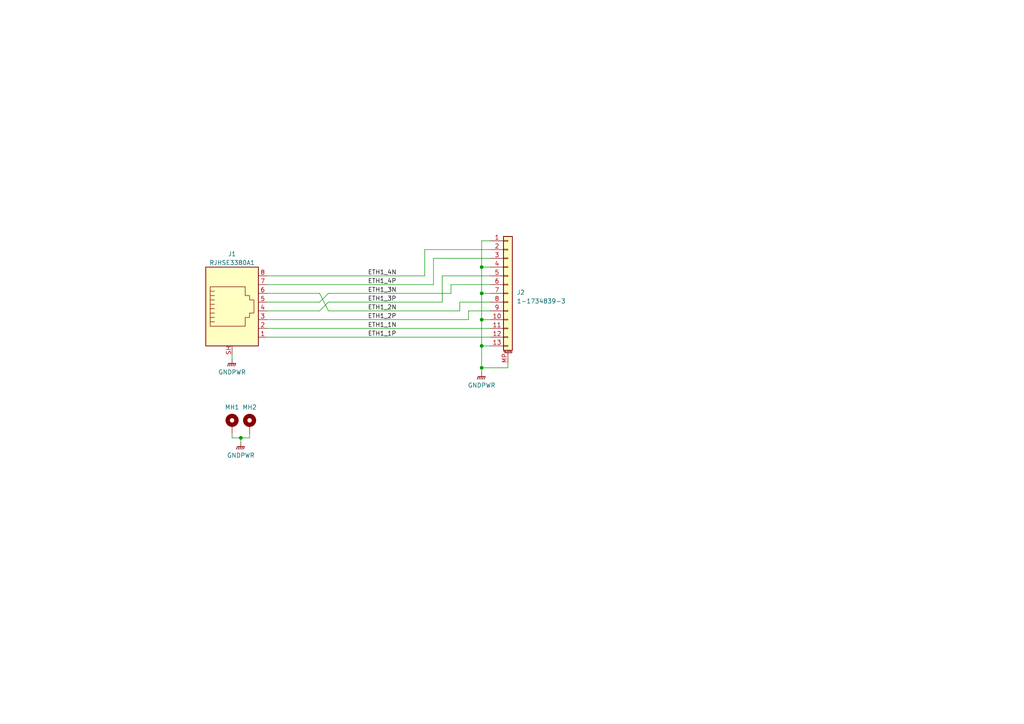
<source format=kicad_sch>
(kicad_sch (version 20230121) (generator eeschema)
  (paper "A4")
  (title_block (title "RJ45 Module") (date "2023-07-21") (rev "1.2") (company "Bynet Testing Systems LTD") (comment 9 "P/N: BTS22314316A"))
  (lib_symbols
    (symbol "Connector_Generic_MountingPin:Conn_01x13_MountingPin" (pin_names (offset 1.016) hide)
      (property "Reference" "J" (at 0 17.78 0))
      (property "Value" "Conn_01x13_MountingPin" (at 1.27 -17.78 0))
      (symbol "Conn_01x13_MountingPin_1_1"
        (rectangle (start -1.27 -15.113) (end 0 -15.367) (stroke (width 0.1524)))
        (rectangle (start -1.27 -12.573) (end 0 -12.827) (stroke (width 0.1524)))
        (rectangle (start -1.27 -10.033) (end 0 -10.287) (stroke (width 0.1524)))
        (rectangle (start -1.27 -7.493) (end 0 -7.747) (stroke (width 0.1524)))
        (rectangle (start -1.27 -4.953) (end 0 -5.207) (stroke (width 0.1524)))
        (rectangle (start -1.27 -2.413) (end 0 -2.667) (stroke (width 0.1524)))
        (rectangle (start -1.27 0.127) (end 0 -0.127) (stroke (width 0.1524)))
        (rectangle (start -1.27 2.667) (end 0 2.413) (stroke (width 0.1524)))
        (rectangle (start -1.27 5.207) (end 0 4.953) (stroke (width 0.1524)))
        (rectangle (start -1.27 7.747) (end 0 7.493) (stroke (width 0.1524)))
        (rectangle (start -1.27 10.287) (end 0 10.033) (stroke (width 0.1524)))
        (rectangle (start -1.27 12.827) (end 0 12.573) (stroke (width 0.1524)))
        (rectangle (start -1.27 15.367) (end 0 15.113) (stroke (width 0.1524)))
        (rectangle (start -1.27 16.51) (end 1.27 -16.51) (stroke (width 0.254)) (fill (type background)))
        (polyline (pts (xy -1.016 -17.272) (xy 1.016 -17.272)) (stroke (width 0.1524)))
        (text "Mounting" (at 0 -16.891 0) (effects (font (size 0.381 0.381))))
        (pin passive line (at -5.08 15.24 0) (length 3.81) (name "Pin_1") (number "1"))
        (pin passive line (at -5.08 -7.62 0) (length 3.81) (name "Pin_10") (number "10"))
        (pin passive line (at -5.08 -10.16 0) (length 3.81) (name "Pin_11") (number "11"))
        (pin passive line (at -5.08 -12.7 0) (length 3.81) (name "Pin_12") (number "12"))
        (pin passive line (at -5.08 -15.24 0) (length 3.81) (name "Pin_13") (number "13"))
        (pin passive line (at -5.08 12.7 0) (length 3.81) (name "Pin_2") (number "2"))
        (pin passive line (at -5.08 10.16 0) (length 3.81) (name "Pin_3") (number "3"))
        (pin passive line (at -5.08 7.62 0) (length 3.81) (name "Pin_4") (number "4"))
        (pin passive line (at -5.08 5.08 0) (length 3.81) (name "Pin_5") (number "5"))
        (pin passive line (at -5.08 2.54 0) (length 3.81) (name "Pin_6") (number "6"))
        (pin passive line (at -5.08 0 0) (length 3.81) (name "Pin_7") (number "7"))
        (pin passive line (at -5.08 -2.54 0) (length 3.81) (name "Pin_8") (number "8"))
        (pin passive line (at -5.08 -5.08 0) (length 3.81) (name "Pin_9") (number "9"))
        (pin passive line (at 0 -20.32 90) (length 3.048) (name "MountPin") (number "MP"))
      )
    )
    (symbol "Mechanical:MountingHole_Pad" (pin_numbers hide) (pin_names (offset 1.016) hide)
      (property "Reference" "H" (at 0 6.35 0))
      (property "Value" "MountingHole_Pad" (at 0 4.445 0))
      (symbol "MountingHole_Pad_0_1"
        (circle (center 0 1.27) (radius 1.27) (stroke (width 1.27)))
      )
      (symbol "MountingHole_Pad_1_1"
        (pin input line (at 0 -2.54 90) (length 2.54) (name "1") (number "1"))
      )
    )
    (symbol "bynet_connectors:RJHSE3380A1" (pin_names (offset 1.016))
      (property "Reference" "J" (at -5.08 13.97 0))
      (property "Value" "RJHSE3380A1" (at 2.54 13.97 0))
      (symbol "RJHSE3380A1_0_1"
        (polyline (pts (xy -5.08 4.445) (xy -6.35 4.445)))
        (polyline (pts (xy -5.08 5.715) (xy -6.35 5.715)))
        (polyline (pts (xy -6.35 -3.175) (xy -5.08 -3.175) (xy -5.08 -3.175)))
        (polyline (pts (xy -6.35 -1.905) (xy -5.08 -1.905) (xy -5.08 -1.905)))
        (polyline (pts (xy -6.35 -0.635) (xy -5.08 -0.635) (xy -5.08 -0.635)))
        (polyline (pts (xy -6.35 0.635) (xy -5.08 0.635) (xy -5.08 0.635)))
        (polyline (pts (xy -6.35 1.905) (xy -5.08 1.905) (xy -5.08 1.905)))
        (polyline (pts (xy -5.08 3.175) (xy -6.35 3.175) (xy -6.35 3.175)))
        (polyline (pts (xy -6.35 -4.445) (xy -6.35 6.985) (xy 3.81 6.985) (xy 3.81 4.445) (xy 5.08 4.445) (xy 5.08 3.175) (xy 6.35 3.175) (xy 6.35 -0.635) (xy 5.08 -0.635) (xy 5.08 -1.905) (xy 3.81 -1.905) (xy 3.81 -4.445) (xy -6.35 -4.445) (xy -6.35 -4.445)))
        (rectangle (start 7.62 12.7) (end -7.62 -10.16) (stroke (width 0.254)) (fill (type background)))
      )
      (symbol "RJHSE3380A1_1_1"
        (pin passive line (at 10.16 -7.62 180) (length 2.54) (name "~") (number "1"))
        (pin passive line (at 10.16 -5.08 180) (length 2.54) (name "~") (number "2"))
        (pin passive line (at 10.16 -2.54 180) (length 2.54) (name "~") (number "3"))
        (pin passive line (at 10.16 0 180) (length 2.54) (name "~") (number "4"))
        (pin passive line (at 10.16 2.54 180) (length 2.54) (name "~") (number "5"))
        (pin passive line (at 10.16 5.08 180) (length 2.54) (name "~") (number "6"))
        (pin passive line (at 10.16 7.62 180) (length 2.54) (name "~") (number "7"))
        (pin passive line (at 10.16 10.16 180) (length 2.54) (name "~") (number "8"))
        (pin passive line (at 0 -12.7 90) (length 2.54) (name "~") (number "SH"))
      )
    )
    (symbol "power:GNDPWR" (power) (pin_names (offset 0))
      (property "Value" "GNDPWR" (at 0 -3.302 0))
      (symbol "GNDPWR_0_1"
        (polyline (pts (xy 0 -1.27) (xy 0 0)))
        (polyline (pts (xy -1.016 -1.27) (xy -1.27 -2.032) (xy -1.27 -2.032)) (stroke (width 0.2032)))
        (polyline (pts (xy -0.508 -1.27) (xy -0.762 -2.032) (xy -0.762 -2.032)) (stroke (width 0.2032)))
        (polyline (pts (xy 0 -1.27) (xy -0.254 -2.032) (xy -0.254 -2.032)) (stroke (width 0.2032)))
        (polyline (pts (xy 0.508 -1.27) (xy 0.254 -2.032) (xy 0.254 -2.032)) (stroke (width 0.2032)))
        (polyline (pts (xy 1.016 -1.27) (xy -1.016 -1.27) (xy -1.016 -1.27)) (stroke (width 0.2032)))
        (polyline (pts (xy 1.016 -1.27) (xy 0.762 -2.032) (xy 0.762 -2.032) (xy 0.762 -2.032)) (stroke (width 0.2032)))
      )
      (symbol "GNDPWR_1_1"
        (pin power_in line (at 0 0 270) (length 0) hide (name "GNDPWR") (number "1"))
      )
    )
  )
  (junction (at 139.7 85.09))
  (junction (at 139.7 106.68))
  (junction (at 69.85 127))
  (junction (at 139.7 77.47))
  (junction (at 139.7 92.71))
  (junction (at 139.7 100.33))
  (wire (pts (xy 69.85 127) (xy 69.85 128.27)))
  (wire (pts (xy 139.7 85.09) (xy 139.7 77.47)))
  (wire (pts (xy 142.24 87.63) (xy 133.35 87.63)))
  (wire (pts (xy 77.47 82.55) (xy 125.73 82.55)))
  (wire (pts (xy 142.24 92.71) (xy 139.7 92.71)))
  (wire (pts (xy 135.89 90.17) (xy 135.89 92.71)))
  (wire (pts (xy 142.24 69.85) (xy 139.7 69.85)))
  (wire (pts (xy 67.31 104.14) (xy 67.31 102.87)))
  (wire (pts (xy 77.47 90.17) (xy 92.71 90.17)))
  (wire (pts (xy 77.47 85.09) (xy 92.71 85.09)))
  (wire (pts (xy 139.7 77.47) (xy 142.24 77.47)))
  (wire (pts (xy 92.71 90.17) (xy 95.25 87.63)))
  (wire (pts (xy 95.25 87.63) (xy 128.27 87.63)))
  (wire (pts (xy 147.32 105.41) (xy 147.32 106.68)))
  (wire (pts (xy 139.7 92.71) (xy 139.7 85.09)))
  (wire (pts (xy 123.19 72.39) (xy 142.24 72.39)))
  (wire (pts (xy 147.32 106.68) (xy 139.7 106.68)))
  (wire (pts (xy 77.47 95.25) (xy 142.24 95.25)))
  (wire (pts (xy 125.73 82.55) (xy 125.73 74.93)))
  (wire (pts (xy 142.24 82.55) (xy 130.81 82.55)))
  (wire (pts (xy 139.7 106.68) (xy 139.7 100.33)))
  (wire (pts (xy 139.7 77.47) (xy 139.7 69.85)))
  (wire (pts (xy 77.47 87.63) (xy 92.71 87.63)))
  (wire (pts (xy 69.85 127) (xy 72.39 127)))
  (wire (pts (xy 72.39 125.73) (xy 72.39 127)))
  (wire (pts (xy 139.7 107.95) (xy 139.7 106.68)))
  (wire (pts (xy 128.27 80.01) (xy 128.27 87.63)))
  (wire (pts (xy 123.19 80.01) (xy 123.19 72.39)))
  (wire (pts (xy 142.24 90.17) (xy 135.89 90.17)))
  (wire (pts (xy 95.25 85.09) (xy 130.81 85.09)))
  (wire (pts (xy 125.73 74.93) (xy 142.24 74.93)))
  (wire (pts (xy 77.47 92.71) (xy 135.89 92.71)))
  (wire (pts (xy 92.71 87.63) (xy 95.25 85.09)))
  (wire (pts (xy 142.24 100.33) (xy 139.7 100.33)))
  (wire (pts (xy 77.47 97.79) (xy 142.24 97.79)))
  (wire (pts (xy 69.85 127) (xy 67.31 127)))
  (wire (pts (xy 67.31 127) (xy 67.31 125.73)))
  (wire (pts (xy 142.24 80.01) (xy 128.27 80.01)))
  (wire (pts (xy 130.81 85.09) (xy 130.81 82.55)))
  (wire (pts (xy 92.71 85.09) (xy 95.25 90.17)))
  (wire (pts (xy 77.47 80.01) (xy 123.19 80.01)))
  (wire (pts (xy 142.24 85.09) (xy 139.7 85.09)))
  (wire (pts (xy 95.25 90.17) (xy 133.35 90.17)))
  (wire (pts (xy 133.35 87.63) (xy 133.35 90.17)))
  (wire (pts (xy 139.7 100.33) (xy 139.7 92.71)))
  (label "ETH1_3N" (at 106.68 85.09 0))
  (label "ETH1_4P" (at 106.68 82.55 0))
  (label "ETH1_2P" (at 106.68 92.71 0))
  (label "ETH1_1P" (at 106.68 97.79 0))
  (label "ETH1_1N" (at 106.68 95.25 0))
  (label "ETH1_3P" (at 106.68 87.63 0))
  (label "ETH1_2N" (at 106.68 90.17 0))
  (label "ETH1_4N" (at 106.68 80.01 0))
  (symbol (lib_id "Mechanical:MountingHole_Pad") (at 72.39 123.19 0) (unit 1)
    (property "Reference" "MH2" (at 72.39 118.11 0))
    (property "Value" "MountingHole_Pad" (effects hide))
    (property "Footprint" "MountingHole:MountingHole_3.2mm_M3_Pad_Via" (effects hide))
  )
  (symbol (lib_id "Connector_Generic_MountingPin:Conn_01x13_MountingPin") (at 147.32 85.09 0) (unit 1)
    (property "Reference" "J2" (at 149.86 84.8106 0) (effects (justify left)))
    (property "Value" "1-1734839-3" (at 149.86 87.3506 0) (effects (justify left)))
    (property "Footprint" "Connector_FFC-FPC:TE_1-1734839-3_1x13-1MP_P0.5mm_Horizontal" (effects hide))
    (property "Datasheet" "https://www.mouser.co.il/datasheet/2/418/7/ENG_CD_1734839_C_C_1734839-2017301.pdf" (effects hide))
    (property "Mfg P/N" "1-1734839-3" (effects hide))
    (property "Manufacturer" "TE Connectivity" (effects hide))
    (property "Description" "FFC & FPC Connectors FPC CONN. 0.5MM PITCH T/C 13P" (effects hide))
    (property "Package" "FFC Connector" (effects hide))
    (property "Type" "SMD" (effects hide))
  )
  (symbol (lib_id "power:GNDPWR") (at 69.85 128.27 0) (unit 1)
    (property "Reference" "#PWR03" (effects hide))
    (property "Value" "GNDPWR" (at 69.85 132.08 0))
  )
  (symbol (lib_id "power:GNDPWR") (at 67.31 104.14 0) (unit 1)
    (property "Reference" "#PWR01" (effects hide))
    (property "Value" "GNDPWR" (at 67.31 107.95 0))
  )
  (symbol (lib_id "bynet_connectors:RJHSE3380A1") (at 67.31 90.17 0) (unit 1)
    (property "Reference" "J1" (at 67.31 73.66 0))
    (property "Value" "RJHSE3380A1" (at 67.31 76.2 0))
    (property "Footprint" "bynet_Connectors:RJHSE3380A1" (effects hide))
    (property "Datasheet" "https://cdn.amphenol-cs.com/media/wysiwyg/files/documentation/datasheet/inputoutput/io-modjack-rjhse.pdf" (effects hide))
    (property "Mfg P/N" "RJHSE3380A1" (effects hide))
    (property "Manufacturer" "Amphenol Commercial Products" (effects hide))
    (property "Description" "Modular Connectors / Ethernet Connectors RJ45 Vertical Shield No LEDs" (effects hide))
    (property "Package" "RJ45 Connector" (effects hide))
    (property "Type" "TH" (effects hide))
  )
  (symbol (lib_id "power:GNDPWR") (at 139.7 107.95 0) (unit 1)
    (property "Reference" "#PWR02" (effects hide))
    (property "Value" "GNDPWR" (at 139.7 111.76 0))
  )
  (symbol (lib_id "Mechanical:MountingHole_Pad") (at 67.31 123.19 0) (unit 1)
    (property "Reference" "MH1" (at 67.31 118.11 0))
    (property "Value" "MountingHole_Pad" (effects hide))
    (property "Footprint" "MountingHole:MountingHole_3.2mm_M3_Pad_Via" (effects hide))
  )
)
</source>
